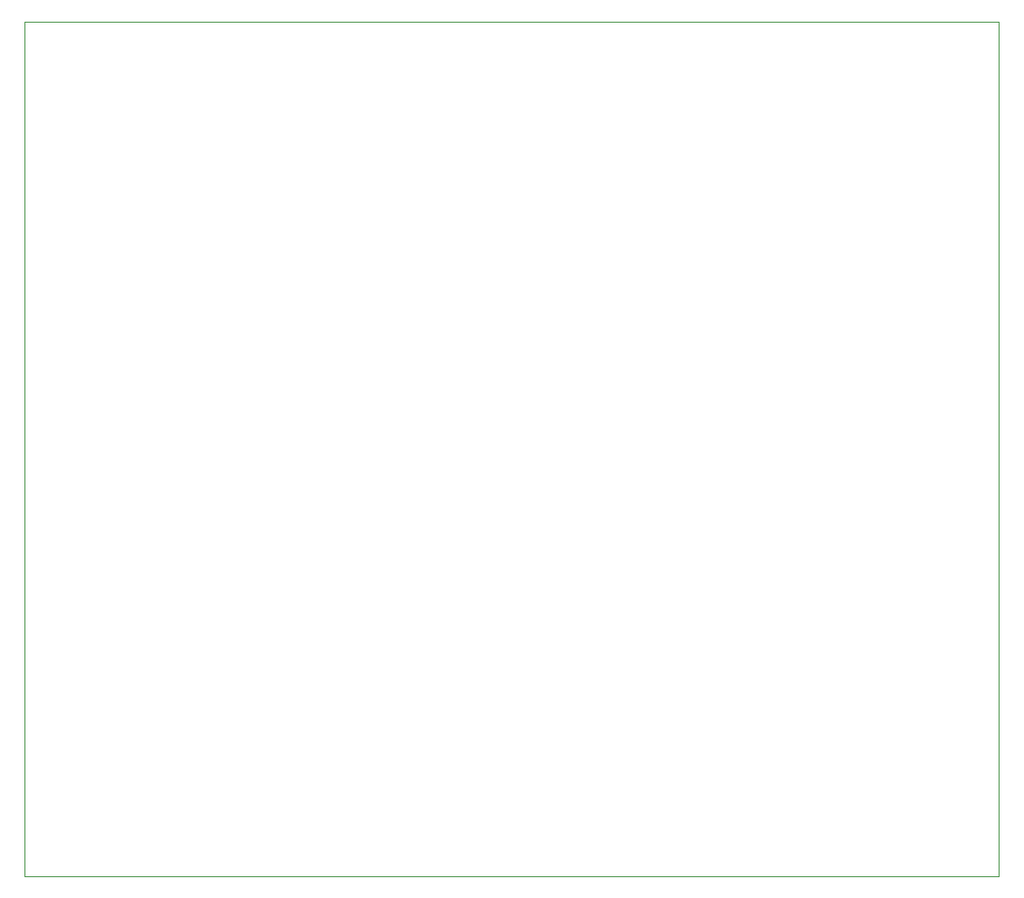
<source format=gbr>
%TF.GenerationSoftware,KiCad,Pcbnew,(6.0.9-0)*%
%TF.CreationDate,2023-01-29T21:20:06-03:00*%
%TF.ProjectId,WaterPumpControl,57617465-7250-4756-9d70-436f6e74726f,rev?*%
%TF.SameCoordinates,Original*%
%TF.FileFunction,Profile,NP*%
%FSLAX46Y46*%
G04 Gerber Fmt 4.6, Leading zero omitted, Abs format (unit mm)*
G04 Created by KiCad (PCBNEW (6.0.9-0)) date 2023-01-29 21:20:06*
%MOMM*%
%LPD*%
G01*
G04 APERTURE LIST*
%TA.AperFunction,Profile*%
%ADD10C,0.100000*%
%TD*%
G04 APERTURE END LIST*
D10*
X20100000Y-19800000D02*
X111100000Y-19800000D01*
X111100000Y-19800000D02*
X111100000Y-99600000D01*
X111100000Y-99600000D02*
X20100000Y-99600000D01*
X20100000Y-99600000D02*
X20100000Y-19800000D01*
M02*

</source>
